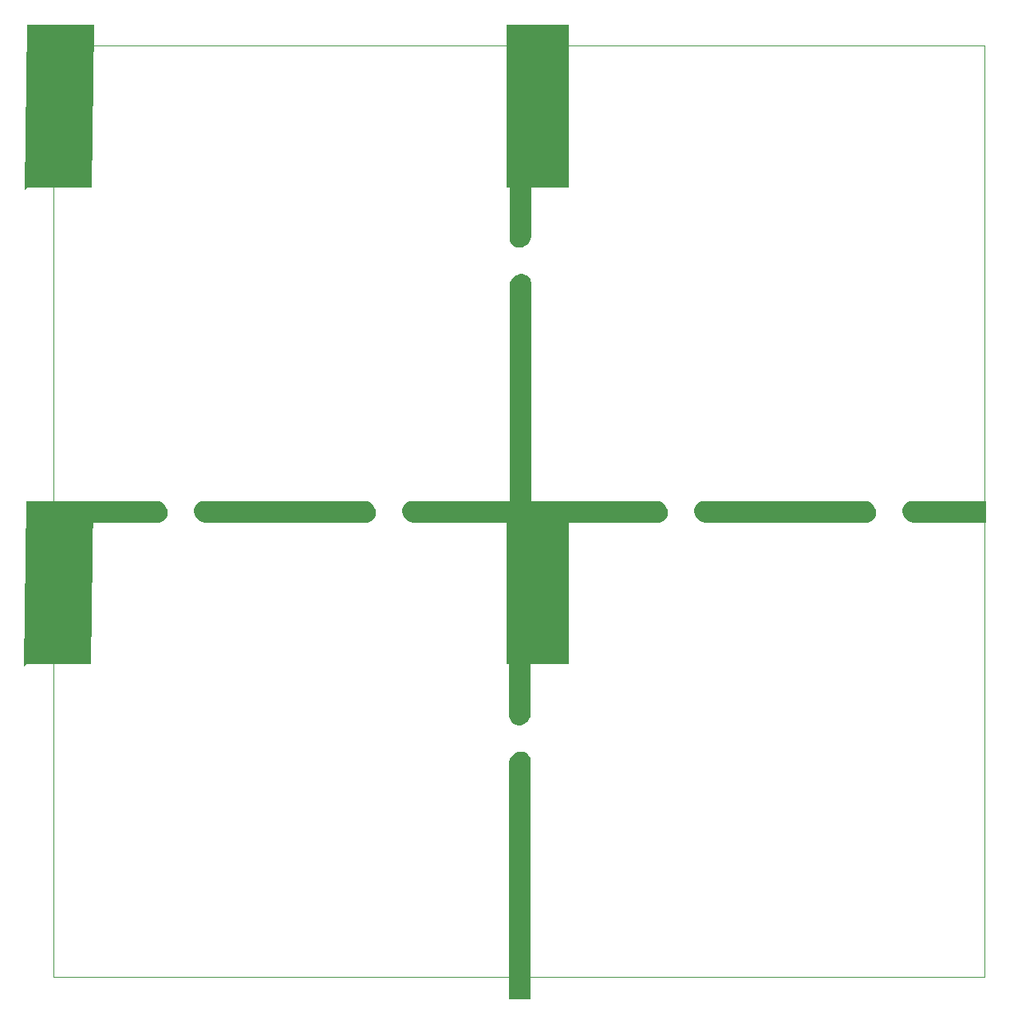
<source format=gbr>
G04*
G04 #@! TF.GenerationSoftware,Altium Limited,Altium Designer,23.1.1 (15)*
G04*
G04 Layer_Color=0*
%FSLAX25Y25*%
%MOIN*%
G70*
G04*
G04 #@! TF.SameCoordinates,E066B419-5711-4A73-A0CA-953248983CDD*
G04*
G04*
G04 #@! TF.FilePolarity,Positive*
G04*
G01*
G75*
%ADD34C,0.00100*%
G36*
X289669Y250386D02*
X298669D01*
X298669Y209386D01*
X298669Y208893D01*
X298477Y207927D01*
X298100Y207017D01*
X297553Y206199D01*
X296857Y205502D01*
X296038Y204955D01*
X295128Y204578D01*
X294162Y204386D01*
X293669Y204386D01*
X293275D01*
X292502Y204539D01*
X291775Y204841D01*
X291119Y205279D01*
X290562Y205836D01*
X290125Y206491D01*
X289823Y207219D01*
X289669Y207992D01*
Y208386D01*
D01*
Y250386D01*
D02*
G37*
G36*
X298669Y89764D02*
X289669D01*
Y188386D01*
X289669Y188878D01*
X289861Y189844D01*
X290238Y190754D01*
X290786Y191573D01*
X291482Y192270D01*
X292301Y192817D01*
X293211Y193194D01*
X294177Y193386D01*
X294669Y193386D01*
X294669Y193386D01*
X295063D01*
X295836Y193232D01*
X296564Y192931D01*
X297219Y192493D01*
X297776Y191936D01*
X298214Y191280D01*
X298516Y190553D01*
X298669Y189780D01*
Y189386D01*
D01*
Y89764D01*
D02*
G37*
G36*
X298913Y294488D02*
X289913D01*
Y387858D01*
X289913Y388351D01*
X290106Y389317D01*
X290482Y390227D01*
X291030Y391046D01*
X291726Y391742D01*
X292545Y392289D01*
X293455Y392666D01*
X294421Y392858D01*
X294913Y392858D01*
X294913Y392858D01*
X295307D01*
X296080Y392705D01*
X296808Y392403D01*
X297463Y391965D01*
X298020Y391408D01*
X298458Y390753D01*
X298760Y390025D01*
X298913Y389252D01*
Y388858D01*
D01*
Y294488D01*
D02*
G37*
G36*
X289913Y446858D02*
X298913D01*
X298913Y408858D01*
X298913Y408366D01*
X298721Y407400D01*
X298344Y406490D01*
X297797Y405671D01*
X297101Y404975D01*
X296282Y404427D01*
X295372Y404050D01*
X294406Y403858D01*
X293913Y403858D01*
X293519Y403858D01*
X292747Y404012D01*
X292019Y404314D01*
X291364Y404751D01*
X290806Y405308D01*
X290369Y405964D01*
X290067Y406692D01*
X289913Y407464D01*
Y407858D01*
D01*
Y446858D01*
D02*
G37*
G36*
X489000Y298000D02*
Y289000D01*
X459000Y289000D01*
X458507Y289000D01*
X457542Y289192D01*
X456632Y289569D01*
X455813Y290116D01*
X455116Y290813D01*
X454569Y291632D01*
X454192Y292542D01*
X454000Y293508D01*
X454000Y294000D01*
X454000Y294394D01*
X454154Y295167D01*
X454455Y295895D01*
X454893Y296550D01*
X455450Y297107D01*
X456105Y297545D01*
X456833Y297846D01*
X457606Y298000D01*
X458000D01*
D01*
X489000D01*
D02*
G37*
G36*
X408000Y289000D02*
Y298000D01*
X438000Y298000D01*
X438492Y298000D01*
X439458Y297808D01*
X440368Y297431D01*
X441187Y296884D01*
X441884Y296187D01*
X442431Y295368D01*
X442808Y294458D01*
X443000Y293493D01*
X443000Y293000D01*
X443000Y293000D01*
Y292606D01*
X442846Y291833D01*
X442545Y291105D01*
X442107Y290450D01*
X441550Y289893D01*
X440895Y289455D01*
X440167Y289154D01*
X439394Y289000D01*
X439000D01*
D01*
X408000D01*
D02*
G37*
G36*
X410000Y298000D02*
Y289000D01*
X372000Y289000D01*
X371508Y289000D01*
X370542Y289192D01*
X369632Y289569D01*
X368813Y290116D01*
X368116Y290813D01*
X367569Y291632D01*
X367192Y292542D01*
X367000Y293508D01*
X367000Y294000D01*
X367000D01*
Y294394D01*
X367154Y295167D01*
X367455Y295895D01*
X367893Y296550D01*
X368450Y297107D01*
X369105Y297545D01*
X369833Y297846D01*
X370606Y298000D01*
X371000D01*
D01*
X410000D01*
D02*
G37*
G36*
X310000Y289000D02*
Y298000D01*
X351000Y298000D01*
X351493Y298000D01*
X352459Y297808D01*
X353368Y297431D01*
X354187Y296884D01*
X354884Y296187D01*
X355431Y295368D01*
X355808Y294458D01*
X356000Y293493D01*
X356000Y293000D01*
Y292606D01*
X355846Y291833D01*
X355545Y291105D01*
X355107Y290450D01*
X354550Y289893D01*
X353895Y289455D01*
X353167Y289154D01*
X352394Y289000D01*
X352000D01*
D01*
X310000D01*
D02*
G37*
G36*
X291000Y298000D02*
Y289000D01*
X250000D01*
X249507Y289000D01*
X248541Y289192D01*
X247632Y289569D01*
X246813Y290116D01*
X246116Y290813D01*
X245569Y291632D01*
X245192Y292542D01*
X245000Y293508D01*
X245000Y294000D01*
Y294394D01*
X245154Y295167D01*
X245455Y295895D01*
X245893Y296550D01*
X246450Y297107D01*
X247105Y297545D01*
X247833Y297846D01*
X248606Y298000D01*
X249000D01*
D01*
X291000D01*
D02*
G37*
G36*
X191000Y289000D02*
Y298000D01*
X229000Y298000D01*
X229492Y298000D01*
X230458Y297808D01*
X231368Y297431D01*
X232187Y296884D01*
X232884Y296187D01*
X233431Y295368D01*
X233808Y294458D01*
X234000Y293492D01*
X234000Y293000D01*
X234000Y293000D01*
Y292606D01*
X233846Y291833D01*
X233545Y291105D01*
X233107Y290450D01*
X232550Y289893D01*
X231895Y289455D01*
X231167Y289154D01*
X230394Y289000D01*
X230000D01*
D01*
X191000D01*
D02*
G37*
G36*
X193000Y298000D02*
Y289000D01*
X163000Y289000D01*
X162507Y289000D01*
X161542Y289192D01*
X160632Y289569D01*
X159813Y290116D01*
X159116Y290813D01*
X158569Y291632D01*
X158192Y292542D01*
X158000Y293508D01*
X158000Y294000D01*
X158000Y294394D01*
X158154Y295167D01*
X158455Y295895D01*
X158893Y296550D01*
X159450Y297107D01*
X160105Y297545D01*
X160833Y297846D01*
X161606Y298000D01*
X162000D01*
D01*
X193000D01*
D02*
G37*
G36*
X112000Y289000D02*
Y298000D01*
X142000Y298000D01*
X142492Y298000D01*
X143458Y297808D01*
X144368Y297431D01*
X145187Y296884D01*
X145884Y296187D01*
X146431Y295368D01*
X146808Y294458D01*
X147000Y293493D01*
X147000Y293000D01*
X147000Y293000D01*
Y292606D01*
X146846Y291833D01*
X146545Y291105D01*
X146107Y290450D01*
X145550Y289893D01*
X144895Y289455D01*
X144167Y289154D01*
X143394Y289000D01*
X143000D01*
D01*
X112000D01*
D02*
G37*
G36*
X288614Y429000D02*
Y497000D01*
X314500D01*
Y429000D01*
X288614D01*
D02*
G37*
G36*
Y230000D02*
Y298000D01*
X314500D01*
Y230000D01*
X288614D01*
D02*
G37*
G36*
X87116Y427991D02*
X88116Y496991D01*
X116116D01*
X115116Y428991D01*
X88116D01*
X87116Y427991D01*
D02*
G37*
G36*
X87000Y229000D02*
X88000Y298000D01*
X116000D01*
X115000Y230000D01*
X88000D01*
X87000Y229000D01*
D02*
G37*
D34*
X488189Y488189D02*
Y99410D01*
X99410D01*
Y487205D01*
X100394Y488189D01*
X451772D01*
X463583D01*
X488189D01*
M02*

</source>
